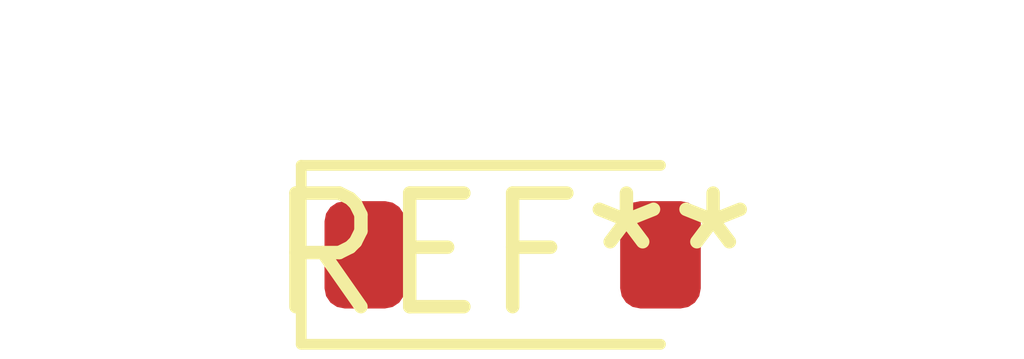
<source format=kicad_pcb>
(kicad_pcb (version 20240108) (generator pcbnew)
  (layers (0 "F.Cu" signal) (31 "B.Cu" signal) (34 "B.Paste" user) (35 "F.Paste" user) (36 "B.SilkS" user "B.Silkscreen") (37 "F.SilkS" user "F.Silkscreen") (38 "B.Mask" user) (39 "F.Mask" user) (44 "Edge.Cuts" user))
  (net 0 "")
  (footprint "D_SOD-123" (layer "F.Cu") (at 0 0)
    (property "Reference" "REF**")
    (property "Value" "D_SOD-123")
    (fp_line (start -2.36 -1) (end -2.36 1) (layer "F.SilkS") (stroke (width 0.12)))
    (fp_line (start -2.36 -1) (end 1.65 -1) (layer "F.SilkS") (stroke (width 0.12)))
    (fp_line (start -2.36 1) (end 1.65 1) (layer "F.SilkS") (stroke (width 0.12)))
    (pad "1" smd roundrect (at -1.65 0) (size 0.9 1.2) (layers "F.Cu" "F.Paste" "F.Mask"))
    (pad "2" smd roundrect (at 1.65 0) (size 0.9 1.2) (layers "F.Cu" "F.Paste" "F.Mask"))
  )
)
</source>
